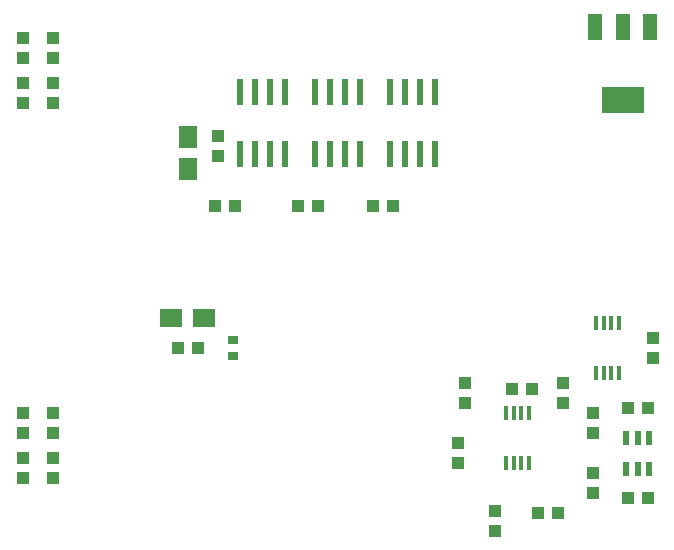
<source format=gbp>
G75*
%MOIN*%
%OFA0B0*%
%FSLAX24Y24*%
%IPPOS*%
%LPD*%
%AMOC8*
5,1,8,0,0,1.08239X$1,22.5*
%
%ADD10R,0.0394X0.0433*%
%ADD11R,0.0118X0.0472*%
%ADD12R,0.0433X0.0394*%
%ADD13R,0.0768X0.0591*%
%ADD14R,0.0354X0.0276*%
%ADD15R,0.0591X0.0768*%
%ADD16R,0.0236X0.0866*%
%ADD17R,0.0244X0.0480*%
%ADD18R,0.0480X0.0880*%
%ADD19R,0.1417X0.0866*%
D10*
X009545Y012380D03*
X010215Y012380D03*
X009630Y014045D03*
X009630Y014715D03*
X012295Y012380D03*
X012965Y012380D03*
X014795Y012380D03*
X015465Y012380D03*
X017880Y006465D03*
X017880Y005795D03*
X019445Y006280D03*
X020115Y006280D03*
X024130Y007295D03*
X024130Y007965D03*
X020965Y002130D03*
X020295Y002130D03*
D11*
X020013Y003799D03*
X019758Y003799D03*
X019502Y003799D03*
X019246Y003799D03*
X019246Y005462D03*
X019502Y005462D03*
X019758Y005462D03*
X020013Y005462D03*
X022246Y006799D03*
X022502Y006799D03*
X022758Y006799D03*
X023013Y006799D03*
X023013Y008462D03*
X022758Y008462D03*
X022502Y008462D03*
X022246Y008462D03*
D12*
X003130Y003295D03*
X003130Y003965D03*
X003130Y004795D03*
X003130Y005465D03*
X004130Y005465D03*
X004130Y004795D03*
X004130Y003965D03*
X004130Y003295D03*
X008295Y007630D03*
X008965Y007630D03*
X017630Y004465D03*
X017630Y003795D03*
X018880Y002205D03*
X018880Y001535D03*
X022130Y002795D03*
X022130Y003465D03*
X023295Y002630D03*
X023965Y002630D03*
X022130Y004795D03*
X022130Y005465D03*
X021130Y005795D03*
X021130Y006465D03*
X023295Y005630D03*
X023965Y005630D03*
X004130Y015795D03*
X004130Y016465D03*
X004130Y017295D03*
X004130Y017965D03*
X003130Y017965D03*
X003130Y017295D03*
X003130Y016465D03*
X003130Y015795D03*
D13*
X008089Y008630D03*
X009171Y008630D03*
D14*
X010130Y007886D03*
X010130Y007374D03*
D15*
X008630Y013589D03*
X008630Y014671D03*
D16*
X010380Y014106D03*
X010880Y014106D03*
X011380Y014106D03*
X011880Y014106D03*
X012880Y014106D03*
X013380Y014106D03*
X013880Y014106D03*
X014380Y014106D03*
X015380Y014106D03*
X015880Y014106D03*
X016380Y014106D03*
X016880Y014106D03*
X016880Y016154D03*
X016380Y016154D03*
X015880Y016154D03*
X015380Y016154D03*
X014380Y016154D03*
X013880Y016154D03*
X013380Y016154D03*
X012880Y016154D03*
X011880Y016154D03*
X011380Y016154D03*
X010880Y016154D03*
X010380Y016154D03*
D17*
X023256Y004642D03*
X023630Y004642D03*
X024004Y004642D03*
X024004Y003618D03*
X023630Y003618D03*
X023256Y003618D03*
D18*
X023130Y018350D03*
X022220Y018350D03*
X024040Y018350D03*
D19*
X023130Y015910D03*
M02*

</source>
